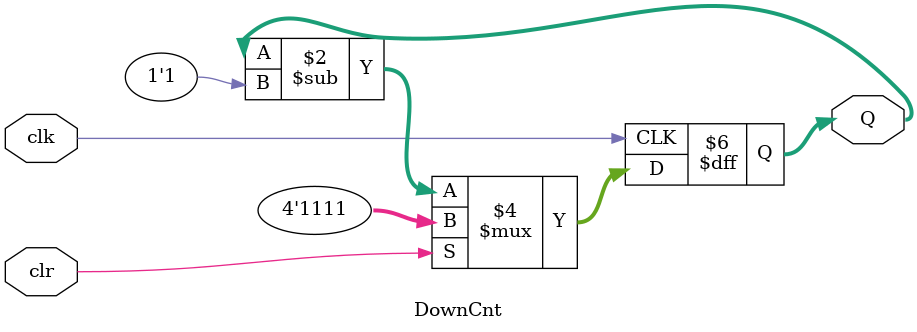
<source format=v>
`timescale 1ns / 1ps


module DownCnt(clk,clr,Q);
input clk,clr;
output reg [3:0]Q;
always @(posedge clk)
begin
    if(clr)
        Q<=4'b1111;
    else
        Q<=Q-1'b1;
end
endmodule

</source>
